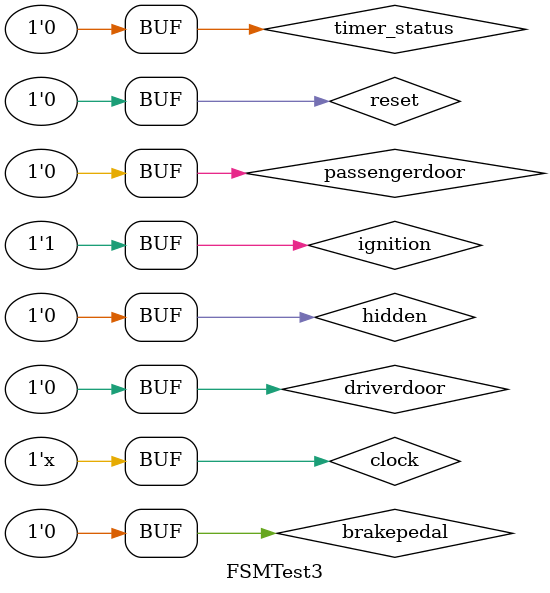
<source format=v>
`timescale 1ns / 1ps

module FSMTest3;

	// Inputs
	reg clock;
	reg passengerdoor;
	reg driverdoor;
	reg ignition;
	reg hidden;
	reg brakepedal;
	reg timer_status;
	reg reset;

	// Outputs
	wire fuelpump;
	wire status;
	wire siren;
	wire test_state;

	// Instantiate the Unit Under Test (UUT)
	FSM uut (
		.clock(clock), 
		.passengerdoor(passengerdoor), 
		.driverdoor(driverdoor), 
		.ignition(ignition), 
		.hidden(hidden), 
		.brakepedal(brakepedal), 
		.timer_status(timer_status), 
		.reset(reset), 
		.fuelpump(fuelpump), 
		.status(status), 
		.siren(siren), 
		.test_state(test_state)
	);

	always begin
		#5 clock = ~clock;
	end
	
	initial begin
		// Initialize Inputs
		clock = 0;
		passengerdoor = 0;
		driverdoor = 0;
		ignition = 0;
		hidden = 0;
		brakepedal = 0;
		timer_status = 0;
		reset = 0;

		// Wait 100 ns for global reset to finish
		#100;
		
		ignition = 1;
		// Add stimulus here

	end
      
endmodule


</source>
